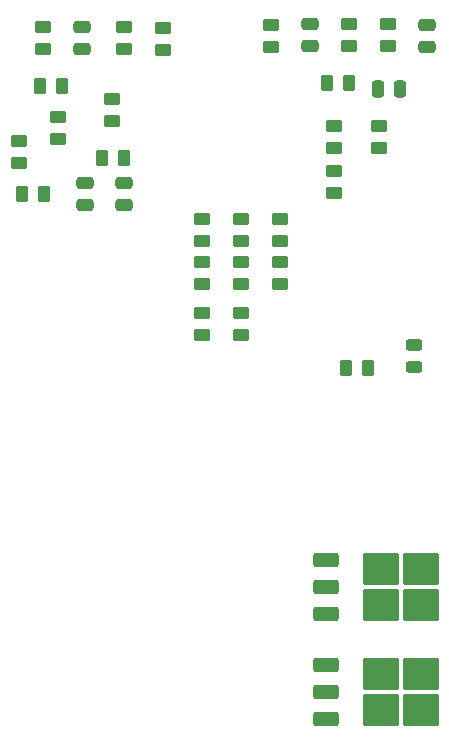
<source format=gtp>
G04 #@! TF.GenerationSoftware,KiCad,Pcbnew,7.0.2*
G04 #@! TF.CreationDate,2024-03-05T19:29:17+01:00*
G04 #@! TF.ProjectId,BalunAndFilter,42616c75-6e41-46e6-9446-696c7465722e,rev?*
G04 #@! TF.SameCoordinates,Original*
G04 #@! TF.FileFunction,Paste,Top*
G04 #@! TF.FilePolarity,Positive*
%FSLAX46Y46*%
G04 Gerber Fmt 4.6, Leading zero omitted, Abs format (unit mm)*
G04 Created by KiCad (PCBNEW 7.0.2) date 2024-03-05 19:29:17*
%MOMM*%
%LPD*%
G01*
G04 APERTURE LIST*
G04 Aperture macros list*
%AMRoundRect*
0 Rectangle with rounded corners*
0 $1 Rounding radius*
0 $2 $3 $4 $5 $6 $7 $8 $9 X,Y pos of 4 corners*
0 Add a 4 corners polygon primitive as box body*
4,1,4,$2,$3,$4,$5,$6,$7,$8,$9,$2,$3,0*
0 Add four circle primitives for the rounded corners*
1,1,$1+$1,$2,$3*
1,1,$1+$1,$4,$5*
1,1,$1+$1,$6,$7*
1,1,$1+$1,$8,$9*
0 Add four rect primitives between the rounded corners*
20,1,$1+$1,$2,$3,$4,$5,0*
20,1,$1+$1,$4,$5,$6,$7,0*
20,1,$1+$1,$6,$7,$8,$9,0*
20,1,$1+$1,$8,$9,$2,$3,0*%
G04 Aperture macros list end*
%ADD10RoundRect,0.250000X-0.262500X-0.450000X0.262500X-0.450000X0.262500X0.450000X-0.262500X0.450000X0*%
%ADD11RoundRect,0.243750X-0.456250X0.243750X-0.456250X-0.243750X0.456250X-0.243750X0.456250X0.243750X0*%
%ADD12RoundRect,0.250000X-1.275000X-1.125000X1.275000X-1.125000X1.275000X1.125000X-1.275000X1.125000X0*%
%ADD13RoundRect,0.250000X-0.850000X-0.350000X0.850000X-0.350000X0.850000X0.350000X-0.850000X0.350000X0*%
%ADD14RoundRect,0.250000X0.450000X-0.262500X0.450000X0.262500X-0.450000X0.262500X-0.450000X-0.262500X0*%
%ADD15RoundRect,0.250000X-0.450000X0.262500X-0.450000X-0.262500X0.450000X-0.262500X0.450000X0.262500X0*%
%ADD16RoundRect,0.250000X0.262500X0.450000X-0.262500X0.450000X-0.262500X-0.450000X0.262500X-0.450000X0*%
%ADD17RoundRect,0.250000X0.475000X-0.250000X0.475000X0.250000X-0.475000X0.250000X-0.475000X-0.250000X0*%
%ADD18RoundRect,0.250000X-0.475000X0.250000X-0.475000X-0.250000X0.475000X-0.250000X0.475000X0.250000X0*%
%ADD19RoundRect,0.250000X-0.250000X-0.475000X0.250000X-0.475000X0.250000X0.475000X-0.250000X0.475000X0*%
G04 APERTURE END LIST*
D10*
G04 #@! TO.C,R25*
X133675000Y-74676000D03*
X131850000Y-74676000D03*
G04 #@! TD*
D11*
G04 #@! TO.C,D1*
X137588500Y-74597500D03*
X137588500Y-72722500D03*
G04 #@! TD*
D12*
G04 #@! TO.C,U4*
X134794000Y-103634000D03*
X138144000Y-100584000D03*
X134794000Y-100584000D03*
X138144000Y-103634000D03*
D13*
X130169000Y-104389000D03*
X130169000Y-102109000D03*
X130169000Y-99829000D03*
G04 #@! TD*
D12*
G04 #@! TO.C,U3*
X134794000Y-94743000D03*
X138144000Y-91693000D03*
X134794000Y-91693000D03*
X138144000Y-94743000D03*
D13*
X130169000Y-95498000D03*
X130169000Y-93218000D03*
X130169000Y-90938000D03*
G04 #@! TD*
D14*
G04 #@! TO.C,R24*
X119634000Y-71882000D03*
X119634000Y-70057000D03*
G04 #@! TD*
D15*
G04 #@! TO.C,R23*
X122936000Y-70057000D03*
X122936000Y-71882000D03*
G04 #@! TD*
G04 #@! TO.C,R22*
X104140000Y-55475500D03*
X104140000Y-57300500D03*
G04 #@! TD*
D16*
G04 #@! TO.C,R21*
X106219000Y-59944000D03*
X104394000Y-59944000D03*
G04 #@! TD*
D15*
G04 #@! TO.C,R20*
X126238000Y-65739000D03*
X126238000Y-67564000D03*
G04 #@! TD*
G04 #@! TO.C,R19*
X126238000Y-62079500D03*
X126238000Y-63904500D03*
G04 #@! TD*
G04 #@! TO.C,R18*
X119634000Y-65739000D03*
X119634000Y-67564000D03*
G04 #@! TD*
G04 #@! TO.C,R17*
X119634000Y-62079500D03*
X119634000Y-63904500D03*
G04 #@! TD*
D14*
G04 #@! TO.C,R16*
X122936000Y-63904500D03*
X122936000Y-62079500D03*
G04 #@! TD*
D15*
G04 #@! TO.C,R15*
X122936000Y-65739000D03*
X122936000Y-67564000D03*
G04 #@! TD*
G04 #@! TO.C,R14*
X134620000Y-54205500D03*
X134620000Y-56030500D03*
G04 #@! TD*
G04 #@! TO.C,R13*
X107442000Y-53443500D03*
X107442000Y-55268500D03*
G04 #@! TD*
G04 #@! TO.C,R12*
X132080000Y-45569500D03*
X132080000Y-47394500D03*
G04 #@! TD*
G04 #@! TO.C,R11*
X125476000Y-45673000D03*
X125476000Y-47498000D03*
G04 #@! TD*
G04 #@! TO.C,R10*
X113030000Y-45823500D03*
X113030000Y-47648500D03*
G04 #@! TD*
G04 #@! TO.C,R9*
X106172000Y-45823500D03*
X106172000Y-47648500D03*
G04 #@! TD*
D14*
G04 #@! TO.C,R8*
X130810000Y-56030500D03*
X130810000Y-54205500D03*
G04 #@! TD*
D15*
G04 #@! TO.C,R7*
X130810000Y-58015500D03*
X130810000Y-59840500D03*
G04 #@! TD*
G04 #@! TO.C,R6*
X135382000Y-45569500D03*
X135382000Y-47394500D03*
G04 #@! TD*
D16*
G04 #@! TO.C,R5*
X132080000Y-50546000D03*
X130255000Y-50546000D03*
G04 #@! TD*
D10*
G04 #@! TO.C,R4*
X111205000Y-56896000D03*
X113030000Y-56896000D03*
G04 #@! TD*
D15*
G04 #@! TO.C,R3*
X116332000Y-45927000D03*
X116332000Y-47752000D03*
G04 #@! TD*
D14*
G04 #@! TO.C,R2*
X112014000Y-53744500D03*
X112014000Y-51919500D03*
G04 #@! TD*
D10*
G04 #@! TO.C,R1*
X105918000Y-50800000D03*
X107743000Y-50800000D03*
G04 #@! TD*
D17*
G04 #@! TO.C,C6*
X113030000Y-60894000D03*
X113030000Y-58994000D03*
G04 #@! TD*
G04 #@! TO.C,C5*
X109728000Y-58994000D03*
X109728000Y-60894000D03*
G04 #@! TD*
D18*
G04 #@! TO.C,C4*
X138684000Y-45598000D03*
X138684000Y-47498000D03*
G04 #@! TD*
D19*
G04 #@! TO.C,C3*
X136398000Y-51054000D03*
X134498000Y-51054000D03*
G04 #@! TD*
D17*
G04 #@! TO.C,C2*
X128778000Y-47432000D03*
X128778000Y-45532000D03*
G04 #@! TD*
G04 #@! TO.C,C1*
X109474000Y-47686000D03*
X109474000Y-45786000D03*
G04 #@! TD*
M02*

</source>
